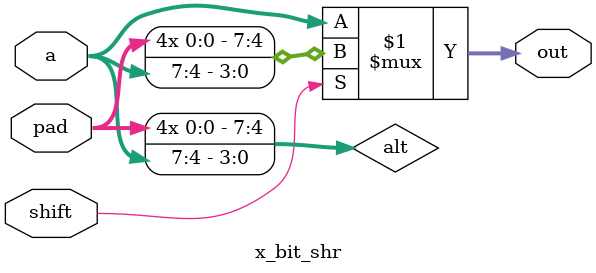
<source format=v>

module x_bit_shr #(
  parameter BITS = 8,
  parameter SHIFT = 4
) (
  input [BITS-1:0] a,
  input shift,
  input pad,
  output [BITS-1:0] out
);

wire [BITS-1:0] alt;

assign alt = {{SHIFT{pad}}, a[(BITS-1):SHIFT]};

assign out = shift ? alt : a;

endmodule

</source>
